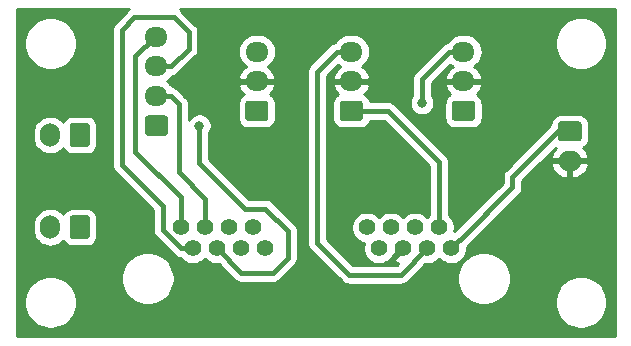
<source format=gbr>
G04 #@! TF.GenerationSoftware,KiCad,Pcbnew,(5.1.5)-3*
G04 #@! TF.CreationDate,2020-06-22T20:56:45+02:00*
G04 #@! TF.ProjectId,PCB Interface imprimante 3d,50434220-496e-4746-9572-666163652069,rev?*
G04 #@! TF.SameCoordinates,Original*
G04 #@! TF.FileFunction,Copper,L2,Bot*
G04 #@! TF.FilePolarity,Positive*
%FSLAX46Y46*%
G04 Gerber Fmt 4.6, Leading zero omitted, Abs format (unit mm)*
G04 Created by KiCad (PCBNEW (5.1.5)-3) date 2020-06-22 20:56:45*
%MOMM*%
%LPD*%
G04 APERTURE LIST*
%ADD10C,1.400000*%
%ADD11O,1.950000X1.700000*%
%ADD12C,0.100000*%
%ADD13O,1.700000X2.000000*%
%ADD14O,2.000000X1.700000*%
%ADD15C,0.800000*%
%ADD16C,0.400000*%
%ADD17C,0.254000*%
G04 APERTURE END LIST*
D10*
X114565000Y-119130000D03*
X130315000Y-119130000D03*
X115585000Y-120910000D03*
X131335000Y-120910000D03*
X116605000Y-119130000D03*
X132355000Y-119130000D03*
X117626000Y-120910000D03*
X133375000Y-120910000D03*
X118646000Y-119130000D03*
X134395000Y-119130000D03*
X119666000Y-120910000D03*
X135415000Y-120910000D03*
X136435000Y-119130000D03*
X120686000Y-119130000D03*
X121706000Y-120910000D03*
X137455000Y-120910000D03*
D11*
X121000000Y-104250000D03*
X121000000Y-106750000D03*
G04 #@! TA.AperFunction,ComponentPad*
D12*
G36*
X121749504Y-108401204D02*
G01*
X121773773Y-108404804D01*
X121797571Y-108410765D01*
X121820671Y-108419030D01*
X121842849Y-108429520D01*
X121863893Y-108442133D01*
X121883598Y-108456747D01*
X121901777Y-108473223D01*
X121918253Y-108491402D01*
X121932867Y-108511107D01*
X121945480Y-108532151D01*
X121955970Y-108554329D01*
X121964235Y-108577429D01*
X121970196Y-108601227D01*
X121973796Y-108625496D01*
X121975000Y-108650000D01*
X121975000Y-109850000D01*
X121973796Y-109874504D01*
X121970196Y-109898773D01*
X121964235Y-109922571D01*
X121955970Y-109945671D01*
X121945480Y-109967849D01*
X121932867Y-109988893D01*
X121918253Y-110008598D01*
X121901777Y-110026777D01*
X121883598Y-110043253D01*
X121863893Y-110057867D01*
X121842849Y-110070480D01*
X121820671Y-110080970D01*
X121797571Y-110089235D01*
X121773773Y-110095196D01*
X121749504Y-110098796D01*
X121725000Y-110100000D01*
X120275000Y-110100000D01*
X120250496Y-110098796D01*
X120226227Y-110095196D01*
X120202429Y-110089235D01*
X120179329Y-110080970D01*
X120157151Y-110070480D01*
X120136107Y-110057867D01*
X120116402Y-110043253D01*
X120098223Y-110026777D01*
X120081747Y-110008598D01*
X120067133Y-109988893D01*
X120054520Y-109967849D01*
X120044030Y-109945671D01*
X120035765Y-109922571D01*
X120029804Y-109898773D01*
X120026204Y-109874504D01*
X120025000Y-109850000D01*
X120025000Y-108650000D01*
X120026204Y-108625496D01*
X120029804Y-108601227D01*
X120035765Y-108577429D01*
X120044030Y-108554329D01*
X120054520Y-108532151D01*
X120067133Y-108511107D01*
X120081747Y-108491402D01*
X120098223Y-108473223D01*
X120116402Y-108456747D01*
X120136107Y-108442133D01*
X120157151Y-108429520D01*
X120179329Y-108419030D01*
X120202429Y-108410765D01*
X120226227Y-108404804D01*
X120250496Y-108401204D01*
X120275000Y-108400000D01*
X121725000Y-108400000D01*
X121749504Y-108401204D01*
G37*
G04 #@! TD.AperFunction*
D11*
X129000000Y-104250000D03*
X129000000Y-106750000D03*
G04 #@! TA.AperFunction,ComponentPad*
D12*
G36*
X129749504Y-108401204D02*
G01*
X129773773Y-108404804D01*
X129797571Y-108410765D01*
X129820671Y-108419030D01*
X129842849Y-108429520D01*
X129863893Y-108442133D01*
X129883598Y-108456747D01*
X129901777Y-108473223D01*
X129918253Y-108491402D01*
X129932867Y-108511107D01*
X129945480Y-108532151D01*
X129955970Y-108554329D01*
X129964235Y-108577429D01*
X129970196Y-108601227D01*
X129973796Y-108625496D01*
X129975000Y-108650000D01*
X129975000Y-109850000D01*
X129973796Y-109874504D01*
X129970196Y-109898773D01*
X129964235Y-109922571D01*
X129955970Y-109945671D01*
X129945480Y-109967849D01*
X129932867Y-109988893D01*
X129918253Y-110008598D01*
X129901777Y-110026777D01*
X129883598Y-110043253D01*
X129863893Y-110057867D01*
X129842849Y-110070480D01*
X129820671Y-110080970D01*
X129797571Y-110089235D01*
X129773773Y-110095196D01*
X129749504Y-110098796D01*
X129725000Y-110100000D01*
X128275000Y-110100000D01*
X128250496Y-110098796D01*
X128226227Y-110095196D01*
X128202429Y-110089235D01*
X128179329Y-110080970D01*
X128157151Y-110070480D01*
X128136107Y-110057867D01*
X128116402Y-110043253D01*
X128098223Y-110026777D01*
X128081747Y-110008598D01*
X128067133Y-109988893D01*
X128054520Y-109967849D01*
X128044030Y-109945671D01*
X128035765Y-109922571D01*
X128029804Y-109898773D01*
X128026204Y-109874504D01*
X128025000Y-109850000D01*
X128025000Y-108650000D01*
X128026204Y-108625496D01*
X128029804Y-108601227D01*
X128035765Y-108577429D01*
X128044030Y-108554329D01*
X128054520Y-108532151D01*
X128067133Y-108511107D01*
X128081747Y-108491402D01*
X128098223Y-108473223D01*
X128116402Y-108456747D01*
X128136107Y-108442133D01*
X128157151Y-108429520D01*
X128179329Y-108419030D01*
X128202429Y-108410765D01*
X128226227Y-108404804D01*
X128250496Y-108401204D01*
X128275000Y-108400000D01*
X129725000Y-108400000D01*
X129749504Y-108401204D01*
G37*
G04 #@! TD.AperFunction*
D13*
X103500000Y-111300000D03*
G04 #@! TA.AperFunction,ComponentPad*
D12*
G36*
X106624504Y-110301204D02*
G01*
X106648773Y-110304804D01*
X106672571Y-110310765D01*
X106695671Y-110319030D01*
X106717849Y-110329520D01*
X106738893Y-110342133D01*
X106758598Y-110356747D01*
X106776777Y-110373223D01*
X106793253Y-110391402D01*
X106807867Y-110411107D01*
X106820480Y-110432151D01*
X106830970Y-110454329D01*
X106839235Y-110477429D01*
X106845196Y-110501227D01*
X106848796Y-110525496D01*
X106850000Y-110550000D01*
X106850000Y-112050000D01*
X106848796Y-112074504D01*
X106845196Y-112098773D01*
X106839235Y-112122571D01*
X106830970Y-112145671D01*
X106820480Y-112167849D01*
X106807867Y-112188893D01*
X106793253Y-112208598D01*
X106776777Y-112226777D01*
X106758598Y-112243253D01*
X106738893Y-112257867D01*
X106717849Y-112270480D01*
X106695671Y-112280970D01*
X106672571Y-112289235D01*
X106648773Y-112295196D01*
X106624504Y-112298796D01*
X106600000Y-112300000D01*
X105400000Y-112300000D01*
X105375496Y-112298796D01*
X105351227Y-112295196D01*
X105327429Y-112289235D01*
X105304329Y-112280970D01*
X105282151Y-112270480D01*
X105261107Y-112257867D01*
X105241402Y-112243253D01*
X105223223Y-112226777D01*
X105206747Y-112208598D01*
X105192133Y-112188893D01*
X105179520Y-112167849D01*
X105169030Y-112145671D01*
X105160765Y-112122571D01*
X105154804Y-112098773D01*
X105151204Y-112074504D01*
X105150000Y-112050000D01*
X105150000Y-110550000D01*
X105151204Y-110525496D01*
X105154804Y-110501227D01*
X105160765Y-110477429D01*
X105169030Y-110454329D01*
X105179520Y-110432151D01*
X105192133Y-110411107D01*
X105206747Y-110391402D01*
X105223223Y-110373223D01*
X105241402Y-110356747D01*
X105261107Y-110342133D01*
X105282151Y-110329520D01*
X105304329Y-110319030D01*
X105327429Y-110310765D01*
X105351227Y-110304804D01*
X105375496Y-110301204D01*
X105400000Y-110300000D01*
X106600000Y-110300000D01*
X106624504Y-110301204D01*
G37*
G04 #@! TD.AperFunction*
D11*
X138500000Y-104250000D03*
X138500000Y-106750000D03*
G04 #@! TA.AperFunction,ComponentPad*
D12*
G36*
X139249504Y-108401204D02*
G01*
X139273773Y-108404804D01*
X139297571Y-108410765D01*
X139320671Y-108419030D01*
X139342849Y-108429520D01*
X139363893Y-108442133D01*
X139383598Y-108456747D01*
X139401777Y-108473223D01*
X139418253Y-108491402D01*
X139432867Y-108511107D01*
X139445480Y-108532151D01*
X139455970Y-108554329D01*
X139464235Y-108577429D01*
X139470196Y-108601227D01*
X139473796Y-108625496D01*
X139475000Y-108650000D01*
X139475000Y-109850000D01*
X139473796Y-109874504D01*
X139470196Y-109898773D01*
X139464235Y-109922571D01*
X139455970Y-109945671D01*
X139445480Y-109967849D01*
X139432867Y-109988893D01*
X139418253Y-110008598D01*
X139401777Y-110026777D01*
X139383598Y-110043253D01*
X139363893Y-110057867D01*
X139342849Y-110070480D01*
X139320671Y-110080970D01*
X139297571Y-110089235D01*
X139273773Y-110095196D01*
X139249504Y-110098796D01*
X139225000Y-110100000D01*
X137775000Y-110100000D01*
X137750496Y-110098796D01*
X137726227Y-110095196D01*
X137702429Y-110089235D01*
X137679329Y-110080970D01*
X137657151Y-110070480D01*
X137636107Y-110057867D01*
X137616402Y-110043253D01*
X137598223Y-110026777D01*
X137581747Y-110008598D01*
X137567133Y-109988893D01*
X137554520Y-109967849D01*
X137544030Y-109945671D01*
X137535765Y-109922571D01*
X137529804Y-109898773D01*
X137526204Y-109874504D01*
X137525000Y-109850000D01*
X137525000Y-108650000D01*
X137526204Y-108625496D01*
X137529804Y-108601227D01*
X137535765Y-108577429D01*
X137544030Y-108554329D01*
X137554520Y-108532151D01*
X137567133Y-108511107D01*
X137581747Y-108491402D01*
X137598223Y-108473223D01*
X137616402Y-108456747D01*
X137636107Y-108442133D01*
X137657151Y-108429520D01*
X137679329Y-108419030D01*
X137702429Y-108410765D01*
X137726227Y-108404804D01*
X137750496Y-108401204D01*
X137775000Y-108400000D01*
X139225000Y-108400000D01*
X139249504Y-108401204D01*
G37*
G04 #@! TD.AperFunction*
D11*
X112500000Y-103000000D03*
X112500000Y-105500000D03*
X112500000Y-108000000D03*
G04 #@! TA.AperFunction,ComponentPad*
D12*
G36*
X113249504Y-109651204D02*
G01*
X113273773Y-109654804D01*
X113297571Y-109660765D01*
X113320671Y-109669030D01*
X113342849Y-109679520D01*
X113363893Y-109692133D01*
X113383598Y-109706747D01*
X113401777Y-109723223D01*
X113418253Y-109741402D01*
X113432867Y-109761107D01*
X113445480Y-109782151D01*
X113455970Y-109804329D01*
X113464235Y-109827429D01*
X113470196Y-109851227D01*
X113473796Y-109875496D01*
X113475000Y-109900000D01*
X113475000Y-111100000D01*
X113473796Y-111124504D01*
X113470196Y-111148773D01*
X113464235Y-111172571D01*
X113455970Y-111195671D01*
X113445480Y-111217849D01*
X113432867Y-111238893D01*
X113418253Y-111258598D01*
X113401777Y-111276777D01*
X113383598Y-111293253D01*
X113363893Y-111307867D01*
X113342849Y-111320480D01*
X113320671Y-111330970D01*
X113297571Y-111339235D01*
X113273773Y-111345196D01*
X113249504Y-111348796D01*
X113225000Y-111350000D01*
X111775000Y-111350000D01*
X111750496Y-111348796D01*
X111726227Y-111345196D01*
X111702429Y-111339235D01*
X111679329Y-111330970D01*
X111657151Y-111320480D01*
X111636107Y-111307867D01*
X111616402Y-111293253D01*
X111598223Y-111276777D01*
X111581747Y-111258598D01*
X111567133Y-111238893D01*
X111554520Y-111217849D01*
X111544030Y-111195671D01*
X111535765Y-111172571D01*
X111529804Y-111148773D01*
X111526204Y-111124504D01*
X111525000Y-111100000D01*
X111525000Y-109900000D01*
X111526204Y-109875496D01*
X111529804Y-109851227D01*
X111535765Y-109827429D01*
X111544030Y-109804329D01*
X111554520Y-109782151D01*
X111567133Y-109761107D01*
X111581747Y-109741402D01*
X111598223Y-109723223D01*
X111616402Y-109706747D01*
X111636107Y-109692133D01*
X111657151Y-109679520D01*
X111679329Y-109669030D01*
X111702429Y-109660765D01*
X111726227Y-109654804D01*
X111750496Y-109651204D01*
X111775000Y-109650000D01*
X113225000Y-109650000D01*
X113249504Y-109651204D01*
G37*
G04 #@! TD.AperFunction*
D14*
X147500000Y-113500000D03*
G04 #@! TA.AperFunction,ComponentPad*
D12*
G36*
X148274504Y-110151204D02*
G01*
X148298773Y-110154804D01*
X148322571Y-110160765D01*
X148345671Y-110169030D01*
X148367849Y-110179520D01*
X148388893Y-110192133D01*
X148408598Y-110206747D01*
X148426777Y-110223223D01*
X148443253Y-110241402D01*
X148457867Y-110261107D01*
X148470480Y-110282151D01*
X148480970Y-110304329D01*
X148489235Y-110327429D01*
X148495196Y-110351227D01*
X148498796Y-110375496D01*
X148500000Y-110400000D01*
X148500000Y-111600000D01*
X148498796Y-111624504D01*
X148495196Y-111648773D01*
X148489235Y-111672571D01*
X148480970Y-111695671D01*
X148470480Y-111717849D01*
X148457867Y-111738893D01*
X148443253Y-111758598D01*
X148426777Y-111776777D01*
X148408598Y-111793253D01*
X148388893Y-111807867D01*
X148367849Y-111820480D01*
X148345671Y-111830970D01*
X148322571Y-111839235D01*
X148298773Y-111845196D01*
X148274504Y-111848796D01*
X148250000Y-111850000D01*
X146750000Y-111850000D01*
X146725496Y-111848796D01*
X146701227Y-111845196D01*
X146677429Y-111839235D01*
X146654329Y-111830970D01*
X146632151Y-111820480D01*
X146611107Y-111807867D01*
X146591402Y-111793253D01*
X146573223Y-111776777D01*
X146556747Y-111758598D01*
X146542133Y-111738893D01*
X146529520Y-111717849D01*
X146519030Y-111695671D01*
X146510765Y-111672571D01*
X146504804Y-111648773D01*
X146501204Y-111624504D01*
X146500000Y-111600000D01*
X146500000Y-110400000D01*
X146501204Y-110375496D01*
X146504804Y-110351227D01*
X146510765Y-110327429D01*
X146519030Y-110304329D01*
X146529520Y-110282151D01*
X146542133Y-110261107D01*
X146556747Y-110241402D01*
X146573223Y-110223223D01*
X146591402Y-110206747D01*
X146611107Y-110192133D01*
X146632151Y-110179520D01*
X146654329Y-110169030D01*
X146677429Y-110160765D01*
X146701227Y-110154804D01*
X146725496Y-110151204D01*
X146750000Y-110150000D01*
X148250000Y-110150000D01*
X148274504Y-110151204D01*
G37*
G04 #@! TD.AperFunction*
G04 #@! TA.AperFunction,ComponentPad*
G36*
X106624504Y-118101204D02*
G01*
X106648773Y-118104804D01*
X106672571Y-118110765D01*
X106695671Y-118119030D01*
X106717849Y-118129520D01*
X106738893Y-118142133D01*
X106758598Y-118156747D01*
X106776777Y-118173223D01*
X106793253Y-118191402D01*
X106807867Y-118211107D01*
X106820480Y-118232151D01*
X106830970Y-118254329D01*
X106839235Y-118277429D01*
X106845196Y-118301227D01*
X106848796Y-118325496D01*
X106850000Y-118350000D01*
X106850000Y-119850000D01*
X106848796Y-119874504D01*
X106845196Y-119898773D01*
X106839235Y-119922571D01*
X106830970Y-119945671D01*
X106820480Y-119967849D01*
X106807867Y-119988893D01*
X106793253Y-120008598D01*
X106776777Y-120026777D01*
X106758598Y-120043253D01*
X106738893Y-120057867D01*
X106717849Y-120070480D01*
X106695671Y-120080970D01*
X106672571Y-120089235D01*
X106648773Y-120095196D01*
X106624504Y-120098796D01*
X106600000Y-120100000D01*
X105400000Y-120100000D01*
X105375496Y-120098796D01*
X105351227Y-120095196D01*
X105327429Y-120089235D01*
X105304329Y-120080970D01*
X105282151Y-120070480D01*
X105261107Y-120057867D01*
X105241402Y-120043253D01*
X105223223Y-120026777D01*
X105206747Y-120008598D01*
X105192133Y-119988893D01*
X105179520Y-119967849D01*
X105169030Y-119945671D01*
X105160765Y-119922571D01*
X105154804Y-119898773D01*
X105151204Y-119874504D01*
X105150000Y-119850000D01*
X105150000Y-118350000D01*
X105151204Y-118325496D01*
X105154804Y-118301227D01*
X105160765Y-118277429D01*
X105169030Y-118254329D01*
X105179520Y-118232151D01*
X105192133Y-118211107D01*
X105206747Y-118191402D01*
X105223223Y-118173223D01*
X105241402Y-118156747D01*
X105261107Y-118142133D01*
X105282151Y-118129520D01*
X105304329Y-118119030D01*
X105327429Y-118110765D01*
X105351227Y-118104804D01*
X105375496Y-118101204D01*
X105400000Y-118100000D01*
X106600000Y-118100000D01*
X106624504Y-118101204D01*
G37*
G04 #@! TD.AperFunction*
D13*
X103500000Y-119100000D03*
D15*
X116150000Y-110500000D03*
X134975000Y-108600000D03*
D16*
X138154999Y-120210001D02*
X138164999Y-120210001D01*
X137455000Y-120910000D02*
X138154999Y-120210001D01*
X138164999Y-120210001D02*
X142650000Y-115725000D01*
X146500000Y-111000000D02*
X147500000Y-111000000D01*
X142650000Y-114850000D02*
X146500000Y-111000000D01*
X142650000Y-115725000D02*
X142650000Y-114850000D01*
X114595051Y-120910000D02*
X113025000Y-119339949D01*
X115585000Y-120910000D02*
X114595051Y-120910000D01*
X113025000Y-119339949D02*
X113025000Y-117300000D01*
X113025000Y-117300000D02*
X109600000Y-113875000D01*
X109600000Y-102375000D02*
X110625000Y-101350000D01*
X109600000Y-113875000D02*
X109600000Y-102375000D01*
X112900000Y-101350000D02*
X114000000Y-101350000D01*
X112900000Y-101350000D02*
X113900000Y-101350000D01*
X110625000Y-101350000D02*
X112900000Y-101350000D01*
X114000000Y-101350000D02*
X115225000Y-102575000D01*
X113725000Y-105500000D02*
X112500000Y-105500000D01*
X115225000Y-104000000D02*
X113725000Y-105500000D01*
X115225000Y-102575000D02*
X115225000Y-104000000D01*
X113725000Y-108000000D02*
X114400000Y-108675000D01*
X112500000Y-108000000D02*
X113725000Y-108000000D01*
X114400000Y-108675000D02*
X114400000Y-114475000D01*
X116605000Y-116680000D02*
X116605000Y-119130000D01*
X114400000Y-114475000D02*
X116605000Y-116680000D01*
X116150000Y-110500000D02*
X116150000Y-113700000D01*
X116150000Y-113700000D02*
X119975000Y-117525000D01*
X119975000Y-117525000D02*
X121725000Y-117525000D01*
X121725000Y-117525000D02*
X123650000Y-119450000D01*
X123650000Y-119450000D02*
X123650000Y-121675000D01*
X123650000Y-121675000D02*
X122350000Y-122975000D01*
X119691000Y-122975000D02*
X117626000Y-120910000D01*
X122350000Y-122975000D02*
X119691000Y-122975000D01*
X127775000Y-104250000D02*
X126100000Y-105925000D01*
X129000000Y-104250000D02*
X127775000Y-104250000D01*
X126100000Y-105925000D02*
X126100000Y-120425000D01*
X126100000Y-120425000D02*
X128800000Y-123125000D01*
X133200000Y-123125000D02*
X135415000Y-120910000D01*
X128800000Y-123125000D02*
X133200000Y-123125000D01*
X136435000Y-119130000D02*
X136435000Y-113585000D01*
X132100000Y-109250000D02*
X129000000Y-109250000D01*
X136435000Y-113585000D02*
X132100000Y-109250000D01*
X137275000Y-104250000D02*
X134975000Y-106550000D01*
X138500000Y-104250000D02*
X137275000Y-104250000D01*
X134975000Y-106550000D02*
X134975000Y-108600000D01*
X112375000Y-103000000D02*
X110725000Y-104650000D01*
X112500000Y-103000000D02*
X112375000Y-103000000D01*
X110725000Y-104650000D02*
X110725000Y-112750000D01*
X114565000Y-116590000D02*
X114565000Y-119130000D01*
X110725000Y-112750000D02*
X114565000Y-116590000D01*
D17*
G36*
X110031709Y-100756709D02*
G01*
X110005563Y-100788568D01*
X109038574Y-101755559D01*
X109006710Y-101781709D01*
X108928208Y-101877364D01*
X108902364Y-101908855D01*
X108824828Y-102053914D01*
X108777082Y-102211312D01*
X108760960Y-102375000D01*
X108765001Y-102416029D01*
X108765000Y-113833981D01*
X108760960Y-113875000D01*
X108765000Y-113916018D01*
X108777082Y-114038688D01*
X108824828Y-114196086D01*
X108902364Y-114341145D01*
X109006709Y-114468291D01*
X109038579Y-114494446D01*
X112190001Y-117645869D01*
X112190000Y-119298930D01*
X112185960Y-119339949D01*
X112190000Y-119380967D01*
X112202082Y-119503637D01*
X112249828Y-119661035D01*
X112327364Y-119806094D01*
X112431709Y-119933240D01*
X112463579Y-119959395D01*
X113975610Y-121471426D01*
X114001760Y-121503291D01*
X114128905Y-121607636D01*
X114273964Y-121685172D01*
X114431362Y-121732918D01*
X114536163Y-121743240D01*
X114548038Y-121761013D01*
X114733987Y-121946962D01*
X114952641Y-122093061D01*
X115195595Y-122193696D01*
X115453514Y-122245000D01*
X115716486Y-122245000D01*
X115974405Y-122193696D01*
X116217359Y-122093061D01*
X116436013Y-121946962D01*
X116605500Y-121777475D01*
X116774987Y-121946962D01*
X116993641Y-122093061D01*
X117236595Y-122193696D01*
X117494514Y-122245000D01*
X117757486Y-122245000D01*
X117776375Y-122241243D01*
X119071559Y-123536427D01*
X119097709Y-123568291D01*
X119224799Y-123672591D01*
X119224854Y-123672636D01*
X119369913Y-123750172D01*
X119527311Y-123797918D01*
X119690999Y-123814040D01*
X119732018Y-123810000D01*
X122308982Y-123810000D01*
X122350000Y-123814040D01*
X122391018Y-123810000D01*
X122391019Y-123810000D01*
X122513689Y-123797918D01*
X122671087Y-123750172D01*
X122816146Y-123672636D01*
X122943291Y-123568291D01*
X122969446Y-123536422D01*
X124211432Y-122294437D01*
X124243291Y-122268291D01*
X124304510Y-122193696D01*
X124347636Y-122141146D01*
X124425172Y-121996087D01*
X124472918Y-121838688D01*
X124489040Y-121675000D01*
X124485000Y-121633982D01*
X124485000Y-119491018D01*
X124489040Y-119449999D01*
X124472918Y-119286311D01*
X124425172Y-119128913D01*
X124347636Y-118983854D01*
X124243291Y-118856709D01*
X124211428Y-118830560D01*
X122344446Y-116963579D01*
X122318291Y-116931709D01*
X122191146Y-116827364D01*
X122046087Y-116749828D01*
X121888689Y-116702082D01*
X121766019Y-116690000D01*
X121766018Y-116690000D01*
X121725000Y-116685960D01*
X121683982Y-116690000D01*
X120320869Y-116690000D01*
X116985000Y-113354133D01*
X116985000Y-111113285D01*
X117067205Y-110990256D01*
X117145226Y-110801898D01*
X117185000Y-110601939D01*
X117185000Y-110398061D01*
X117145226Y-110198102D01*
X117067205Y-110009744D01*
X116953937Y-109840226D01*
X116809774Y-109696063D01*
X116640256Y-109582795D01*
X116451898Y-109504774D01*
X116251939Y-109465000D01*
X116048061Y-109465000D01*
X115848102Y-109504774D01*
X115659744Y-109582795D01*
X115490226Y-109696063D01*
X115346063Y-109840226D01*
X115235000Y-110006444D01*
X115235000Y-108716018D01*
X115239040Y-108674999D01*
X115236578Y-108650000D01*
X119386928Y-108650000D01*
X119386928Y-109850000D01*
X119403992Y-110023254D01*
X119454528Y-110189850D01*
X119536595Y-110343386D01*
X119647038Y-110477962D01*
X119781614Y-110588405D01*
X119935150Y-110670472D01*
X120101746Y-110721008D01*
X120275000Y-110738072D01*
X121725000Y-110738072D01*
X121898254Y-110721008D01*
X122064850Y-110670472D01*
X122218386Y-110588405D01*
X122352962Y-110477962D01*
X122463405Y-110343386D01*
X122545472Y-110189850D01*
X122596008Y-110023254D01*
X122613072Y-109850000D01*
X122613072Y-108650000D01*
X122596008Y-108476746D01*
X122545472Y-108310150D01*
X122463405Y-108156614D01*
X122352962Y-108022038D01*
X122218386Y-107911595D01*
X122113039Y-107855286D01*
X122134429Y-107839049D01*
X122327496Y-107621193D01*
X122474352Y-107369858D01*
X122566476Y-107106890D01*
X122445155Y-106877000D01*
X121127000Y-106877000D01*
X121127000Y-106897000D01*
X120873000Y-106897000D01*
X120873000Y-106877000D01*
X119554845Y-106877000D01*
X119433524Y-107106890D01*
X119525648Y-107369858D01*
X119672504Y-107621193D01*
X119865571Y-107839049D01*
X119886961Y-107855286D01*
X119781614Y-107911595D01*
X119647038Y-108022038D01*
X119536595Y-108156614D01*
X119454528Y-108310150D01*
X119403992Y-108476746D01*
X119386928Y-108650000D01*
X115236578Y-108650000D01*
X115222918Y-108511311D01*
X115175172Y-108353913D01*
X115097636Y-108208854D01*
X115060569Y-108163688D01*
X114993291Y-108081709D01*
X114961427Y-108055559D01*
X114344446Y-107438578D01*
X114318291Y-107406709D01*
X114191146Y-107302364D01*
X114046087Y-107224828D01*
X113888689Y-107177082D01*
X113867868Y-107175031D01*
X113865706Y-107170986D01*
X113680134Y-106944866D01*
X113454014Y-106759294D01*
X113436626Y-106750000D01*
X113454014Y-106740706D01*
X113680134Y-106555134D01*
X113865706Y-106329014D01*
X113867868Y-106324969D01*
X113888689Y-106322918D01*
X114046087Y-106275172D01*
X114191146Y-106197636D01*
X114318291Y-106093291D01*
X114344446Y-106061421D01*
X115786426Y-104619441D01*
X115818291Y-104593291D01*
X115922636Y-104466146D01*
X116000172Y-104321087D01*
X116021735Y-104250000D01*
X119382815Y-104250000D01*
X119411487Y-104541111D01*
X119496401Y-104821034D01*
X119634294Y-105079014D01*
X119819866Y-105305134D01*
X120045986Y-105490706D01*
X120071722Y-105504462D01*
X119865571Y-105660951D01*
X119672504Y-105878807D01*
X119525648Y-106130142D01*
X119433524Y-106393110D01*
X119554845Y-106623000D01*
X120873000Y-106623000D01*
X120873000Y-106603000D01*
X121127000Y-106603000D01*
X121127000Y-106623000D01*
X122445155Y-106623000D01*
X122566476Y-106393110D01*
X122474352Y-106130142D01*
X122354487Y-105925000D01*
X125260960Y-105925000D01*
X125265000Y-105966019D01*
X125265001Y-120383971D01*
X125260960Y-120425000D01*
X125277082Y-120588688D01*
X125324828Y-120746086D01*
X125402364Y-120891145D01*
X125402365Y-120891146D01*
X125506710Y-121018291D01*
X125538574Y-121044441D01*
X128180563Y-123686432D01*
X128206709Y-123718291D01*
X128333854Y-123822636D01*
X128478913Y-123900172D01*
X128636311Y-123947918D01*
X128758981Y-123960000D01*
X128758982Y-123960000D01*
X128800000Y-123964040D01*
X128841018Y-123960000D01*
X133158982Y-123960000D01*
X133200000Y-123964040D01*
X133241018Y-123960000D01*
X133241019Y-123960000D01*
X133363689Y-123947918D01*
X133521087Y-123900172D01*
X133666146Y-123822636D01*
X133793291Y-123718291D01*
X133819446Y-123686421D01*
X134278458Y-123227409D01*
X137965000Y-123227409D01*
X137965000Y-123672591D01*
X138051851Y-124109218D01*
X138222214Y-124520511D01*
X138469544Y-124890666D01*
X138784334Y-125205456D01*
X139154489Y-125452786D01*
X139565782Y-125623149D01*
X140002409Y-125710000D01*
X140447591Y-125710000D01*
X140884218Y-125623149D01*
X141295511Y-125452786D01*
X141629124Y-125229872D01*
X146215000Y-125229872D01*
X146215000Y-125670128D01*
X146300890Y-126101925D01*
X146469369Y-126508669D01*
X146713962Y-126874729D01*
X147025271Y-127186038D01*
X147391331Y-127430631D01*
X147798075Y-127599110D01*
X148229872Y-127685000D01*
X148670128Y-127685000D01*
X149101925Y-127599110D01*
X149508669Y-127430631D01*
X149874729Y-127186038D01*
X150186038Y-126874729D01*
X150430631Y-126508669D01*
X150599110Y-126101925D01*
X150685000Y-125670128D01*
X150685000Y-125229872D01*
X150599110Y-124798075D01*
X150430631Y-124391331D01*
X150186038Y-124025271D01*
X149874729Y-123713962D01*
X149508669Y-123469369D01*
X149101925Y-123300890D01*
X148670128Y-123215000D01*
X148229872Y-123215000D01*
X147798075Y-123300890D01*
X147391331Y-123469369D01*
X147025271Y-123713962D01*
X146713962Y-124025271D01*
X146469369Y-124391331D01*
X146300890Y-124798075D01*
X146215000Y-125229872D01*
X141629124Y-125229872D01*
X141665666Y-125205456D01*
X141980456Y-124890666D01*
X142227786Y-124520511D01*
X142398149Y-124109218D01*
X142485000Y-123672591D01*
X142485000Y-123227409D01*
X142398149Y-122790782D01*
X142227786Y-122379489D01*
X141980456Y-122009334D01*
X141665666Y-121694544D01*
X141295511Y-121447214D01*
X140884218Y-121276851D01*
X140447591Y-121190000D01*
X140002409Y-121190000D01*
X139565782Y-121276851D01*
X139154489Y-121447214D01*
X138784334Y-121694544D01*
X138469544Y-122009334D01*
X138222214Y-122379489D01*
X138051851Y-122790782D01*
X137965000Y-123227409D01*
X134278458Y-123227409D01*
X135264625Y-122241243D01*
X135283514Y-122245000D01*
X135546486Y-122245000D01*
X135804405Y-122193696D01*
X136047359Y-122093061D01*
X136266013Y-121946962D01*
X136435000Y-121777975D01*
X136603987Y-121946962D01*
X136822641Y-122093061D01*
X137065595Y-122193696D01*
X137323514Y-122245000D01*
X137586486Y-122245000D01*
X137844405Y-122193696D01*
X138087359Y-122093061D01*
X138306013Y-121946962D01*
X138491962Y-121761013D01*
X138638061Y-121542359D01*
X138738696Y-121299405D01*
X138790000Y-121041486D01*
X138790000Y-120778514D01*
X138787902Y-120767965D01*
X143211428Y-116344440D01*
X143243291Y-116318291D01*
X143347636Y-116191146D01*
X143425172Y-116046087D01*
X143472918Y-115888689D01*
X143485000Y-115766019D01*
X143485000Y-115766017D01*
X143489040Y-115725001D01*
X143485000Y-115683985D01*
X143485000Y-115195867D01*
X144823977Y-113856890D01*
X145908524Y-113856890D01*
X145910446Y-113869261D01*
X146010146Y-114143009D01*
X146161336Y-114392046D01*
X146358205Y-114606802D01*
X146593188Y-114779025D01*
X146857255Y-114902096D01*
X147140258Y-114971285D01*
X147373000Y-114827232D01*
X147373000Y-113627000D01*
X147627000Y-113627000D01*
X147627000Y-114827232D01*
X147859742Y-114971285D01*
X148142745Y-114902096D01*
X148406812Y-114779025D01*
X148641795Y-114606802D01*
X148838664Y-114392046D01*
X148989854Y-114143009D01*
X149089554Y-113869261D01*
X149091476Y-113856890D01*
X148970155Y-113627000D01*
X147627000Y-113627000D01*
X147373000Y-113627000D01*
X146029845Y-113627000D01*
X145908524Y-113856890D01*
X144823977Y-113856890D01*
X146312559Y-112368308D01*
X146358593Y-112392914D01*
X146358205Y-112393198D01*
X146161336Y-112607954D01*
X146010146Y-112856991D01*
X145910446Y-113130739D01*
X145908524Y-113143110D01*
X146029845Y-113373000D01*
X147373000Y-113373000D01*
X147373000Y-113353000D01*
X147627000Y-113353000D01*
X147627000Y-113373000D01*
X148970155Y-113373000D01*
X149091476Y-113143110D01*
X149089554Y-113130739D01*
X148989854Y-112856991D01*
X148838664Y-112607954D01*
X148641795Y-112393198D01*
X148641407Y-112392914D01*
X148743386Y-112338405D01*
X148877962Y-112227962D01*
X148988405Y-112093386D01*
X149070472Y-111939850D01*
X149121008Y-111773254D01*
X149138072Y-111600000D01*
X149138072Y-110400000D01*
X149121008Y-110226746D01*
X149070472Y-110060150D01*
X148988405Y-109906614D01*
X148877962Y-109772038D01*
X148743386Y-109661595D01*
X148589850Y-109579528D01*
X148423254Y-109528992D01*
X148250000Y-109511928D01*
X146750000Y-109511928D01*
X146576746Y-109528992D01*
X146410150Y-109579528D01*
X146256614Y-109661595D01*
X146122038Y-109772038D01*
X146011595Y-109906614D01*
X145929528Y-110060150D01*
X145878992Y-110226746D01*
X145861928Y-110400000D01*
X145861928Y-110457204D01*
X142088574Y-114230559D01*
X142056710Y-114256709D01*
X141975907Y-114355168D01*
X141952364Y-114383855D01*
X141874828Y-114528914D01*
X141827082Y-114686312D01*
X141810960Y-114850000D01*
X141815000Y-114891018D01*
X141815000Y-115379132D01*
X137729614Y-119464519D01*
X137770000Y-119261486D01*
X137770000Y-118998514D01*
X137718696Y-118740595D01*
X137618061Y-118497641D01*
X137471962Y-118278987D01*
X137286013Y-118093038D01*
X137270000Y-118082339D01*
X137270000Y-113626018D01*
X137274040Y-113585000D01*
X137257918Y-113421311D01*
X137210172Y-113263913D01*
X137132636Y-113118854D01*
X137054439Y-113023570D01*
X137054437Y-113023568D01*
X137028291Y-112991709D01*
X136996432Y-112965563D01*
X132719446Y-108688579D01*
X132693291Y-108656709D01*
X132566146Y-108552364D01*
X132464553Y-108498061D01*
X133940000Y-108498061D01*
X133940000Y-108701939D01*
X133979774Y-108901898D01*
X134057795Y-109090256D01*
X134171063Y-109259774D01*
X134315226Y-109403937D01*
X134484744Y-109517205D01*
X134673102Y-109595226D01*
X134873061Y-109635000D01*
X135076939Y-109635000D01*
X135276898Y-109595226D01*
X135465256Y-109517205D01*
X135634774Y-109403937D01*
X135778937Y-109259774D01*
X135892205Y-109090256D01*
X135970226Y-108901898D01*
X136010000Y-108701939D01*
X136010000Y-108650000D01*
X136886928Y-108650000D01*
X136886928Y-109850000D01*
X136903992Y-110023254D01*
X136954528Y-110189850D01*
X137036595Y-110343386D01*
X137147038Y-110477962D01*
X137281614Y-110588405D01*
X137435150Y-110670472D01*
X137601746Y-110721008D01*
X137775000Y-110738072D01*
X139225000Y-110738072D01*
X139398254Y-110721008D01*
X139564850Y-110670472D01*
X139718386Y-110588405D01*
X139852962Y-110477962D01*
X139963405Y-110343386D01*
X140045472Y-110189850D01*
X140096008Y-110023254D01*
X140113072Y-109850000D01*
X140113072Y-108650000D01*
X140096008Y-108476746D01*
X140045472Y-108310150D01*
X139963405Y-108156614D01*
X139852962Y-108022038D01*
X139718386Y-107911595D01*
X139613039Y-107855286D01*
X139634429Y-107839049D01*
X139827496Y-107621193D01*
X139974352Y-107369858D01*
X140066476Y-107106890D01*
X139945155Y-106877000D01*
X138627000Y-106877000D01*
X138627000Y-106897000D01*
X138373000Y-106897000D01*
X138373000Y-106877000D01*
X137054845Y-106877000D01*
X136933524Y-107106890D01*
X137025648Y-107369858D01*
X137172504Y-107621193D01*
X137365571Y-107839049D01*
X137386961Y-107855286D01*
X137281614Y-107911595D01*
X137147038Y-108022038D01*
X137036595Y-108156614D01*
X136954528Y-108310150D01*
X136903992Y-108476746D01*
X136886928Y-108650000D01*
X136010000Y-108650000D01*
X136010000Y-108498061D01*
X135970226Y-108298102D01*
X135892205Y-108109744D01*
X135810000Y-107986715D01*
X135810000Y-106895867D01*
X137364282Y-105341586D01*
X137545986Y-105490706D01*
X137571722Y-105504462D01*
X137365571Y-105660951D01*
X137172504Y-105878807D01*
X137025648Y-106130142D01*
X136933524Y-106393110D01*
X137054845Y-106623000D01*
X138373000Y-106623000D01*
X138373000Y-106603000D01*
X138627000Y-106603000D01*
X138627000Y-106623000D01*
X139945155Y-106623000D01*
X140066476Y-106393110D01*
X139974352Y-106130142D01*
X139827496Y-105878807D01*
X139634429Y-105660951D01*
X139428278Y-105504462D01*
X139454014Y-105490706D01*
X139680134Y-105305134D01*
X139865706Y-105079014D01*
X140003599Y-104821034D01*
X140088513Y-104541111D01*
X140117185Y-104250000D01*
X140088513Y-103958889D01*
X140003599Y-103678966D01*
X139865706Y-103420986D01*
X139790931Y-103329872D01*
X146215000Y-103329872D01*
X146215000Y-103770128D01*
X146300890Y-104201925D01*
X146469369Y-104608669D01*
X146713962Y-104974729D01*
X147025271Y-105286038D01*
X147391331Y-105530631D01*
X147798075Y-105699110D01*
X148229872Y-105785000D01*
X148670128Y-105785000D01*
X149101925Y-105699110D01*
X149508669Y-105530631D01*
X149874729Y-105286038D01*
X150186038Y-104974729D01*
X150430631Y-104608669D01*
X150599110Y-104201925D01*
X150685000Y-103770128D01*
X150685000Y-103329872D01*
X150599110Y-102898075D01*
X150430631Y-102491331D01*
X150186038Y-102125271D01*
X149874729Y-101813962D01*
X149508669Y-101569369D01*
X149101925Y-101400890D01*
X148670128Y-101315000D01*
X148229872Y-101315000D01*
X147798075Y-101400890D01*
X147391331Y-101569369D01*
X147025271Y-101813962D01*
X146713962Y-102125271D01*
X146469369Y-102491331D01*
X146300890Y-102898075D01*
X146215000Y-103329872D01*
X139790931Y-103329872D01*
X139680134Y-103194866D01*
X139454014Y-103009294D01*
X139196034Y-102871401D01*
X138916111Y-102786487D01*
X138697950Y-102765000D01*
X138302050Y-102765000D01*
X138083889Y-102786487D01*
X137803966Y-102871401D01*
X137545986Y-103009294D01*
X137319866Y-103194866D01*
X137134294Y-103420986D01*
X137132132Y-103425031D01*
X137111311Y-103427082D01*
X136953913Y-103474828D01*
X136808854Y-103552364D01*
X136681709Y-103656709D01*
X136655559Y-103688573D01*
X134413579Y-105930554D01*
X134381709Y-105956709D01*
X134287886Y-106071034D01*
X134277364Y-106083855D01*
X134199828Y-106228914D01*
X134152082Y-106386312D01*
X134135960Y-106550000D01*
X134140000Y-106591019D01*
X134140001Y-107986714D01*
X134057795Y-108109744D01*
X133979774Y-108298102D01*
X133940000Y-108498061D01*
X132464553Y-108498061D01*
X132421087Y-108474828D01*
X132263689Y-108427082D01*
X132141019Y-108415000D01*
X132141018Y-108415000D01*
X132100000Y-108410960D01*
X132058982Y-108415000D01*
X130577278Y-108415000D01*
X130545472Y-108310150D01*
X130463405Y-108156614D01*
X130352962Y-108022038D01*
X130218386Y-107911595D01*
X130113039Y-107855286D01*
X130134429Y-107839049D01*
X130327496Y-107621193D01*
X130474352Y-107369858D01*
X130566476Y-107106890D01*
X130445155Y-106877000D01*
X129127000Y-106877000D01*
X129127000Y-106897000D01*
X128873000Y-106897000D01*
X128873000Y-106877000D01*
X127554845Y-106877000D01*
X127433524Y-107106890D01*
X127525648Y-107369858D01*
X127672504Y-107621193D01*
X127865571Y-107839049D01*
X127886961Y-107855286D01*
X127781614Y-107911595D01*
X127647038Y-108022038D01*
X127536595Y-108156614D01*
X127454528Y-108310150D01*
X127403992Y-108476746D01*
X127386928Y-108650000D01*
X127386928Y-109850000D01*
X127403992Y-110023254D01*
X127454528Y-110189850D01*
X127536595Y-110343386D01*
X127647038Y-110477962D01*
X127781614Y-110588405D01*
X127935150Y-110670472D01*
X128101746Y-110721008D01*
X128275000Y-110738072D01*
X129725000Y-110738072D01*
X129898254Y-110721008D01*
X130064850Y-110670472D01*
X130218386Y-110588405D01*
X130352962Y-110477962D01*
X130463405Y-110343386D01*
X130545472Y-110189850D01*
X130577278Y-110085000D01*
X131754133Y-110085000D01*
X135600001Y-113930870D01*
X135600000Y-118082338D01*
X135583987Y-118093038D01*
X135415000Y-118262025D01*
X135246013Y-118093038D01*
X135027359Y-117946939D01*
X134784405Y-117846304D01*
X134526486Y-117795000D01*
X134263514Y-117795000D01*
X134005595Y-117846304D01*
X133762641Y-117946939D01*
X133543987Y-118093038D01*
X133375000Y-118262025D01*
X133206013Y-118093038D01*
X132987359Y-117946939D01*
X132744405Y-117846304D01*
X132486486Y-117795000D01*
X132223514Y-117795000D01*
X131965595Y-117846304D01*
X131722641Y-117946939D01*
X131503987Y-118093038D01*
X131335000Y-118262025D01*
X131166013Y-118093038D01*
X130947359Y-117946939D01*
X130704405Y-117846304D01*
X130446486Y-117795000D01*
X130183514Y-117795000D01*
X129925595Y-117846304D01*
X129682641Y-117946939D01*
X129463987Y-118093038D01*
X129278038Y-118278987D01*
X129131939Y-118497641D01*
X129031304Y-118740595D01*
X128980000Y-118998514D01*
X128980000Y-119261486D01*
X129031304Y-119519405D01*
X129131939Y-119762359D01*
X129278038Y-119981013D01*
X129463987Y-120166962D01*
X129682641Y-120313061D01*
X129925595Y-120413696D01*
X130082643Y-120444935D01*
X130051304Y-120520595D01*
X130000000Y-120778514D01*
X130000000Y-121041486D01*
X130051304Y-121299405D01*
X130151939Y-121542359D01*
X130298038Y-121761013D01*
X130483987Y-121946962D01*
X130702641Y-122093061D01*
X130945595Y-122193696D01*
X131203514Y-122245000D01*
X131466486Y-122245000D01*
X131724405Y-122193696D01*
X131967359Y-122093061D01*
X132186013Y-121946962D01*
X132371962Y-121761013D01*
X132446291Y-121649771D01*
X132453731Y-121651664D01*
X133195395Y-120910000D01*
X133181253Y-120895858D01*
X133360858Y-120716253D01*
X133375000Y-120730395D01*
X133389143Y-120716253D01*
X133568748Y-120895858D01*
X133554605Y-120910000D01*
X133568748Y-120924143D01*
X133389143Y-121103748D01*
X133375000Y-121089605D01*
X132633336Y-121831269D01*
X132692797Y-122065037D01*
X132931242Y-122175934D01*
X132960959Y-122183174D01*
X132854133Y-122290000D01*
X129145869Y-122290000D01*
X126935000Y-120079133D01*
X126935000Y-106270867D01*
X127864283Y-105341586D01*
X128045986Y-105490706D01*
X128071722Y-105504462D01*
X127865571Y-105660951D01*
X127672504Y-105878807D01*
X127525648Y-106130142D01*
X127433524Y-106393110D01*
X127554845Y-106623000D01*
X128873000Y-106623000D01*
X128873000Y-106603000D01*
X129127000Y-106603000D01*
X129127000Y-106623000D01*
X130445155Y-106623000D01*
X130566476Y-106393110D01*
X130474352Y-106130142D01*
X130327496Y-105878807D01*
X130134429Y-105660951D01*
X129928278Y-105504462D01*
X129954014Y-105490706D01*
X130180134Y-105305134D01*
X130365706Y-105079014D01*
X130503599Y-104821034D01*
X130588513Y-104541111D01*
X130617185Y-104250000D01*
X130588513Y-103958889D01*
X130503599Y-103678966D01*
X130365706Y-103420986D01*
X130180134Y-103194866D01*
X129954014Y-103009294D01*
X129696034Y-102871401D01*
X129416111Y-102786487D01*
X129197950Y-102765000D01*
X128802050Y-102765000D01*
X128583889Y-102786487D01*
X128303966Y-102871401D01*
X128045986Y-103009294D01*
X127819866Y-103194866D01*
X127634294Y-103420986D01*
X127632132Y-103425031D01*
X127611311Y-103427082D01*
X127453913Y-103474828D01*
X127308854Y-103552364D01*
X127181709Y-103656709D01*
X127155563Y-103688568D01*
X125538579Y-105305554D01*
X125506709Y-105331709D01*
X125431104Y-105423835D01*
X125402364Y-105458855D01*
X125324828Y-105603914D01*
X125277082Y-105761312D01*
X125260960Y-105925000D01*
X122354487Y-105925000D01*
X122327496Y-105878807D01*
X122134429Y-105660951D01*
X121928278Y-105504462D01*
X121954014Y-105490706D01*
X122180134Y-105305134D01*
X122365706Y-105079014D01*
X122503599Y-104821034D01*
X122588513Y-104541111D01*
X122617185Y-104250000D01*
X122588513Y-103958889D01*
X122503599Y-103678966D01*
X122365706Y-103420986D01*
X122180134Y-103194866D01*
X121954014Y-103009294D01*
X121696034Y-102871401D01*
X121416111Y-102786487D01*
X121197950Y-102765000D01*
X120802050Y-102765000D01*
X120583889Y-102786487D01*
X120303966Y-102871401D01*
X120045986Y-103009294D01*
X119819866Y-103194866D01*
X119634294Y-103420986D01*
X119496401Y-103678966D01*
X119411487Y-103958889D01*
X119382815Y-104250000D01*
X116021735Y-104250000D01*
X116047918Y-104163689D01*
X116060000Y-104041019D01*
X116060000Y-104041009D01*
X116064039Y-104000001D01*
X116060000Y-103958993D01*
X116060000Y-102616018D01*
X116064040Y-102575000D01*
X116047918Y-102411312D01*
X116000172Y-102253913D01*
X115922636Y-102108854D01*
X115844439Y-102013570D01*
X115844437Y-102013568D01*
X115818291Y-101981709D01*
X115786433Y-101955564D01*
X114619445Y-100788578D01*
X114593291Y-100756709D01*
X114475451Y-100660000D01*
X151340000Y-100660000D01*
X151340001Y-128340000D01*
X100660000Y-128340000D01*
X100660000Y-125229872D01*
X101315000Y-125229872D01*
X101315000Y-125670128D01*
X101400890Y-126101925D01*
X101569369Y-126508669D01*
X101813962Y-126874729D01*
X102125271Y-127186038D01*
X102491331Y-127430631D01*
X102898075Y-127599110D01*
X103329872Y-127685000D01*
X103770128Y-127685000D01*
X104201925Y-127599110D01*
X104608669Y-127430631D01*
X104974729Y-127186038D01*
X105286038Y-126874729D01*
X105530631Y-126508669D01*
X105699110Y-126101925D01*
X105785000Y-125670128D01*
X105785000Y-125229872D01*
X105699110Y-124798075D01*
X105530631Y-124391331D01*
X105286038Y-124025271D01*
X104974729Y-123713962D01*
X104608669Y-123469369D01*
X104201925Y-123300890D01*
X103832513Y-123227409D01*
X109515000Y-123227409D01*
X109515000Y-123672591D01*
X109601851Y-124109218D01*
X109772214Y-124520511D01*
X110019544Y-124890666D01*
X110334334Y-125205456D01*
X110704489Y-125452786D01*
X111115782Y-125623149D01*
X111552409Y-125710000D01*
X111997591Y-125710000D01*
X112434218Y-125623149D01*
X112845511Y-125452786D01*
X113215666Y-125205456D01*
X113530456Y-124890666D01*
X113777786Y-124520511D01*
X113948149Y-124109218D01*
X114035000Y-123672591D01*
X114035000Y-123227409D01*
X113948149Y-122790782D01*
X113777786Y-122379489D01*
X113530456Y-122009334D01*
X113215666Y-121694544D01*
X112845511Y-121447214D01*
X112434218Y-121276851D01*
X111997591Y-121190000D01*
X111552409Y-121190000D01*
X111115782Y-121276851D01*
X110704489Y-121447214D01*
X110334334Y-121694544D01*
X110019544Y-122009334D01*
X109772214Y-122379489D01*
X109601851Y-122790782D01*
X109515000Y-123227409D01*
X103832513Y-123227409D01*
X103770128Y-123215000D01*
X103329872Y-123215000D01*
X102898075Y-123300890D01*
X102491331Y-123469369D01*
X102125271Y-123713962D01*
X101813962Y-124025271D01*
X101569369Y-124391331D01*
X101400890Y-124798075D01*
X101315000Y-125229872D01*
X100660000Y-125229872D01*
X100660000Y-118877050D01*
X102015000Y-118877050D01*
X102015000Y-119322949D01*
X102036487Y-119541110D01*
X102121401Y-119821033D01*
X102259294Y-120079013D01*
X102444866Y-120305134D01*
X102670986Y-120490706D01*
X102928966Y-120628599D01*
X103208889Y-120713513D01*
X103500000Y-120742185D01*
X103791110Y-120713513D01*
X104071033Y-120628599D01*
X104329013Y-120490706D01*
X104555134Y-120305134D01*
X104607223Y-120241663D01*
X104661595Y-120343386D01*
X104772038Y-120477962D01*
X104906614Y-120588405D01*
X105060150Y-120670472D01*
X105226746Y-120721008D01*
X105400000Y-120738072D01*
X106600000Y-120738072D01*
X106773254Y-120721008D01*
X106939850Y-120670472D01*
X107093386Y-120588405D01*
X107227962Y-120477962D01*
X107338405Y-120343386D01*
X107420472Y-120189850D01*
X107471008Y-120023254D01*
X107488072Y-119850000D01*
X107488072Y-118350000D01*
X107471008Y-118176746D01*
X107420472Y-118010150D01*
X107338405Y-117856614D01*
X107227962Y-117722038D01*
X107093386Y-117611595D01*
X106939850Y-117529528D01*
X106773254Y-117478992D01*
X106600000Y-117461928D01*
X105400000Y-117461928D01*
X105226746Y-117478992D01*
X105060150Y-117529528D01*
X104906614Y-117611595D01*
X104772038Y-117722038D01*
X104661595Y-117856614D01*
X104607223Y-117958337D01*
X104555134Y-117894866D01*
X104329014Y-117709294D01*
X104071034Y-117571401D01*
X103791111Y-117486487D01*
X103500000Y-117457815D01*
X103208890Y-117486487D01*
X102928967Y-117571401D01*
X102670987Y-117709294D01*
X102444866Y-117894866D01*
X102259294Y-118120986D01*
X102121401Y-118378966D01*
X102036487Y-118658889D01*
X102015000Y-118877050D01*
X100660000Y-118877050D01*
X100660000Y-111077050D01*
X102015000Y-111077050D01*
X102015000Y-111522949D01*
X102036487Y-111741110D01*
X102121401Y-112021033D01*
X102259294Y-112279013D01*
X102444866Y-112505134D01*
X102670986Y-112690706D01*
X102928966Y-112828599D01*
X103208889Y-112913513D01*
X103500000Y-112942185D01*
X103791110Y-112913513D01*
X104071033Y-112828599D01*
X104329013Y-112690706D01*
X104555134Y-112505134D01*
X104607223Y-112441663D01*
X104661595Y-112543386D01*
X104772038Y-112677962D01*
X104906614Y-112788405D01*
X105060150Y-112870472D01*
X105226746Y-112921008D01*
X105400000Y-112938072D01*
X106600000Y-112938072D01*
X106773254Y-112921008D01*
X106939850Y-112870472D01*
X107093386Y-112788405D01*
X107227962Y-112677962D01*
X107338405Y-112543386D01*
X107420472Y-112389850D01*
X107471008Y-112223254D01*
X107488072Y-112050000D01*
X107488072Y-110550000D01*
X107471008Y-110376746D01*
X107420472Y-110210150D01*
X107338405Y-110056614D01*
X107227962Y-109922038D01*
X107093386Y-109811595D01*
X106939850Y-109729528D01*
X106773254Y-109678992D01*
X106600000Y-109661928D01*
X105400000Y-109661928D01*
X105226746Y-109678992D01*
X105060150Y-109729528D01*
X104906614Y-109811595D01*
X104772038Y-109922038D01*
X104661595Y-110056614D01*
X104607223Y-110158337D01*
X104555134Y-110094866D01*
X104329014Y-109909294D01*
X104071034Y-109771401D01*
X103791111Y-109686487D01*
X103500000Y-109657815D01*
X103208890Y-109686487D01*
X102928967Y-109771401D01*
X102670987Y-109909294D01*
X102444866Y-110094866D01*
X102259294Y-110320986D01*
X102121401Y-110578966D01*
X102036487Y-110858889D01*
X102015000Y-111077050D01*
X100660000Y-111077050D01*
X100660000Y-103329872D01*
X101315000Y-103329872D01*
X101315000Y-103770128D01*
X101400890Y-104201925D01*
X101569369Y-104608669D01*
X101813962Y-104974729D01*
X102125271Y-105286038D01*
X102491331Y-105530631D01*
X102898075Y-105699110D01*
X103329872Y-105785000D01*
X103770128Y-105785000D01*
X104201925Y-105699110D01*
X104608669Y-105530631D01*
X104974729Y-105286038D01*
X105286038Y-104974729D01*
X105530631Y-104608669D01*
X105699110Y-104201925D01*
X105785000Y-103770128D01*
X105785000Y-103329872D01*
X105699110Y-102898075D01*
X105530631Y-102491331D01*
X105286038Y-102125271D01*
X104974729Y-101813962D01*
X104608669Y-101569369D01*
X104201925Y-101400890D01*
X103770128Y-101315000D01*
X103329872Y-101315000D01*
X102898075Y-101400890D01*
X102491331Y-101569369D01*
X102125271Y-101813962D01*
X101813962Y-102125271D01*
X101569369Y-102491331D01*
X101400890Y-102898075D01*
X101315000Y-103329872D01*
X100660000Y-103329872D01*
X100660000Y-100660000D01*
X110149549Y-100660000D01*
X110031709Y-100756709D01*
G37*
X110031709Y-100756709D02*
X110005563Y-100788568D01*
X109038574Y-101755559D01*
X109006710Y-101781709D01*
X108928208Y-101877364D01*
X108902364Y-101908855D01*
X108824828Y-102053914D01*
X108777082Y-102211312D01*
X108760960Y-102375000D01*
X108765001Y-102416029D01*
X108765000Y-113833981D01*
X108760960Y-113875000D01*
X108765000Y-113916018D01*
X108777082Y-114038688D01*
X108824828Y-114196086D01*
X108902364Y-114341145D01*
X109006709Y-114468291D01*
X109038579Y-114494446D01*
X112190001Y-117645869D01*
X112190000Y-119298930D01*
X112185960Y-119339949D01*
X112190000Y-119380967D01*
X112202082Y-119503637D01*
X112249828Y-119661035D01*
X112327364Y-119806094D01*
X112431709Y-119933240D01*
X112463579Y-119959395D01*
X113975610Y-121471426D01*
X114001760Y-121503291D01*
X114128905Y-121607636D01*
X114273964Y-121685172D01*
X114431362Y-121732918D01*
X114536163Y-121743240D01*
X114548038Y-121761013D01*
X114733987Y-121946962D01*
X114952641Y-122093061D01*
X115195595Y-122193696D01*
X115453514Y-122245000D01*
X115716486Y-122245000D01*
X115974405Y-122193696D01*
X116217359Y-122093061D01*
X116436013Y-121946962D01*
X116605500Y-121777475D01*
X116774987Y-121946962D01*
X116993641Y-122093061D01*
X117236595Y-122193696D01*
X117494514Y-122245000D01*
X117757486Y-122245000D01*
X117776375Y-122241243D01*
X119071559Y-123536427D01*
X119097709Y-123568291D01*
X119224799Y-123672591D01*
X119224854Y-123672636D01*
X119369913Y-123750172D01*
X119527311Y-123797918D01*
X119690999Y-123814040D01*
X119732018Y-123810000D01*
X122308982Y-123810000D01*
X122350000Y-123814040D01*
X122391018Y-123810000D01*
X122391019Y-123810000D01*
X122513689Y-123797918D01*
X122671087Y-123750172D01*
X122816146Y-123672636D01*
X122943291Y-123568291D01*
X122969446Y-123536422D01*
X124211432Y-122294437D01*
X124243291Y-122268291D01*
X124304510Y-122193696D01*
X124347636Y-122141146D01*
X124425172Y-121996087D01*
X124472918Y-121838688D01*
X124489040Y-121675000D01*
X124485000Y-121633982D01*
X124485000Y-119491018D01*
X124489040Y-119449999D01*
X124472918Y-119286311D01*
X124425172Y-119128913D01*
X124347636Y-118983854D01*
X124243291Y-118856709D01*
X124211428Y-118830560D01*
X122344446Y-116963579D01*
X122318291Y-116931709D01*
X122191146Y-116827364D01*
X122046087Y-116749828D01*
X121888689Y-116702082D01*
X121766019Y-116690000D01*
X121766018Y-116690000D01*
X121725000Y-116685960D01*
X121683982Y-116690000D01*
X120320869Y-116690000D01*
X116985000Y-113354133D01*
X116985000Y-111113285D01*
X117067205Y-110990256D01*
X117145226Y-110801898D01*
X117185000Y-110601939D01*
X117185000Y-110398061D01*
X117145226Y-110198102D01*
X117067205Y-110009744D01*
X116953937Y-109840226D01*
X116809774Y-109696063D01*
X116640256Y-109582795D01*
X116451898Y-109504774D01*
X116251939Y-109465000D01*
X116048061Y-109465000D01*
X115848102Y-109504774D01*
X115659744Y-109582795D01*
X115490226Y-109696063D01*
X115346063Y-109840226D01*
X115235000Y-110006444D01*
X115235000Y-108716018D01*
X115239040Y-108674999D01*
X115236578Y-108650000D01*
X119386928Y-108650000D01*
X119386928Y-109850000D01*
X119403992Y-110023254D01*
X119454528Y-110189850D01*
X119536595Y-110343386D01*
X119647038Y-110477962D01*
X119781614Y-110588405D01*
X119935150Y-110670472D01*
X120101746Y-110721008D01*
X120275000Y-110738072D01*
X121725000Y-110738072D01*
X121898254Y-110721008D01*
X122064850Y-110670472D01*
X122218386Y-110588405D01*
X122352962Y-110477962D01*
X122463405Y-110343386D01*
X122545472Y-110189850D01*
X122596008Y-110023254D01*
X122613072Y-109850000D01*
X122613072Y-108650000D01*
X122596008Y-108476746D01*
X122545472Y-108310150D01*
X122463405Y-108156614D01*
X122352962Y-108022038D01*
X122218386Y-107911595D01*
X122113039Y-107855286D01*
X122134429Y-107839049D01*
X122327496Y-107621193D01*
X122474352Y-107369858D01*
X122566476Y-107106890D01*
X122445155Y-106877000D01*
X121127000Y-106877000D01*
X121127000Y-106897000D01*
X120873000Y-106897000D01*
X120873000Y-106877000D01*
X119554845Y-106877000D01*
X119433524Y-107106890D01*
X119525648Y-107369858D01*
X119672504Y-107621193D01*
X119865571Y-107839049D01*
X119886961Y-107855286D01*
X119781614Y-107911595D01*
X119647038Y-108022038D01*
X119536595Y-108156614D01*
X119454528Y-108310150D01*
X119403992Y-108476746D01*
X119386928Y-108650000D01*
X115236578Y-108650000D01*
X115222918Y-108511311D01*
X115175172Y-108353913D01*
X115097636Y-108208854D01*
X115060569Y-108163688D01*
X114993291Y-108081709D01*
X114961427Y-108055559D01*
X114344446Y-107438578D01*
X114318291Y-107406709D01*
X114191146Y-107302364D01*
X114046087Y-107224828D01*
X113888689Y-107177082D01*
X113867868Y-107175031D01*
X113865706Y-107170986D01*
X113680134Y-106944866D01*
X113454014Y-106759294D01*
X113436626Y-106750000D01*
X113454014Y-106740706D01*
X113680134Y-106555134D01*
X113865706Y-106329014D01*
X113867868Y-106324969D01*
X113888689Y-106322918D01*
X114046087Y-106275172D01*
X114191146Y-106197636D01*
X114318291Y-106093291D01*
X114344446Y-106061421D01*
X115786426Y-104619441D01*
X115818291Y-104593291D01*
X115922636Y-104466146D01*
X116000172Y-104321087D01*
X116021735Y-104250000D01*
X119382815Y-104250000D01*
X119411487Y-104541111D01*
X119496401Y-104821034D01*
X119634294Y-105079014D01*
X119819866Y-105305134D01*
X120045986Y-105490706D01*
X120071722Y-105504462D01*
X119865571Y-105660951D01*
X119672504Y-105878807D01*
X119525648Y-106130142D01*
X119433524Y-106393110D01*
X119554845Y-106623000D01*
X120873000Y-106623000D01*
X120873000Y-106603000D01*
X121127000Y-106603000D01*
X121127000Y-106623000D01*
X122445155Y-106623000D01*
X122566476Y-106393110D01*
X122474352Y-106130142D01*
X122354487Y-105925000D01*
X125260960Y-105925000D01*
X125265000Y-105966019D01*
X125265001Y-120383971D01*
X125260960Y-120425000D01*
X125277082Y-120588688D01*
X125324828Y-120746086D01*
X125402364Y-120891145D01*
X125402365Y-120891146D01*
X125506710Y-121018291D01*
X125538574Y-121044441D01*
X128180563Y-123686432D01*
X128206709Y-123718291D01*
X128333854Y-123822636D01*
X128478913Y-123900172D01*
X128636311Y-123947918D01*
X128758981Y-123960000D01*
X128758982Y-123960000D01*
X128800000Y-123964040D01*
X128841018Y-123960000D01*
X133158982Y-123960000D01*
X133200000Y-123964040D01*
X133241018Y-123960000D01*
X133241019Y-123960000D01*
X133363689Y-123947918D01*
X133521087Y-123900172D01*
X133666146Y-123822636D01*
X133793291Y-123718291D01*
X133819446Y-123686421D01*
X134278458Y-123227409D01*
X137965000Y-123227409D01*
X137965000Y-123672591D01*
X138051851Y-124109218D01*
X138222214Y-124520511D01*
X138469544Y-124890666D01*
X138784334Y-125205456D01*
X139154489Y-125452786D01*
X139565782Y-125623149D01*
X140002409Y-125710000D01*
X140447591Y-125710000D01*
X140884218Y-125623149D01*
X141295511Y-125452786D01*
X141629124Y-125229872D01*
X146215000Y-125229872D01*
X146215000Y-125670128D01*
X146300890Y-126101925D01*
X146469369Y-126508669D01*
X146713962Y-126874729D01*
X147025271Y-127186038D01*
X147391331Y-127430631D01*
X147798075Y-127599110D01*
X148229872Y-127685000D01*
X148670128Y-127685000D01*
X149101925Y-127599110D01*
X149508669Y-127430631D01*
X149874729Y-127186038D01*
X150186038Y-126874729D01*
X150430631Y-126508669D01*
X150599110Y-126101925D01*
X150685000Y-125670128D01*
X150685000Y-125229872D01*
X150599110Y-124798075D01*
X150430631Y-124391331D01*
X150186038Y-124025271D01*
X149874729Y-123713962D01*
X149508669Y-123469369D01*
X149101925Y-123300890D01*
X148670128Y-123215000D01*
X148229872Y-123215000D01*
X147798075Y-123300890D01*
X147391331Y-123469369D01*
X147025271Y-123713962D01*
X146713962Y-124025271D01*
X146469369Y-124391331D01*
X146300890Y-124798075D01*
X146215000Y-125229872D01*
X141629124Y-125229872D01*
X141665666Y-125205456D01*
X141980456Y-124890666D01*
X142227786Y-124520511D01*
X142398149Y-124109218D01*
X142485000Y-123672591D01*
X142485000Y-123227409D01*
X142398149Y-122790782D01*
X142227786Y-122379489D01*
X141980456Y-122009334D01*
X141665666Y-121694544D01*
X141295511Y-121447214D01*
X140884218Y-121276851D01*
X140447591Y-121190000D01*
X140002409Y-121190000D01*
X139565782Y-121276851D01*
X139154489Y-121447214D01*
X138784334Y-121694544D01*
X138469544Y-122009334D01*
X138222214Y-122379489D01*
X138051851Y-122790782D01*
X137965000Y-123227409D01*
X134278458Y-123227409D01*
X135264625Y-122241243D01*
X135283514Y-122245000D01*
X135546486Y-122245000D01*
X135804405Y-122193696D01*
X136047359Y-122093061D01*
X136266013Y-121946962D01*
X136435000Y-121777975D01*
X136603987Y-121946962D01*
X136822641Y-122093061D01*
X137065595Y-122193696D01*
X137323514Y-122245000D01*
X137586486Y-122245000D01*
X137844405Y-122193696D01*
X138087359Y-122093061D01*
X138306013Y-121946962D01*
X138491962Y-121761013D01*
X138638061Y-121542359D01*
X138738696Y-121299405D01*
X138790000Y-121041486D01*
X138790000Y-120778514D01*
X138787902Y-120767965D01*
X143211428Y-116344440D01*
X143243291Y-116318291D01*
X143347636Y-116191146D01*
X143425172Y-116046087D01*
X143472918Y-115888689D01*
X143485000Y-115766019D01*
X143485000Y-115766017D01*
X143489040Y-115725001D01*
X143485000Y-115683985D01*
X143485000Y-115195867D01*
X144823977Y-113856890D01*
X145908524Y-113856890D01*
X145910446Y-113869261D01*
X146010146Y-114143009D01*
X146161336Y-114392046D01*
X146358205Y-114606802D01*
X146593188Y-114779025D01*
X146857255Y-114902096D01*
X147140258Y-114971285D01*
X147373000Y-114827232D01*
X147373000Y-113627000D01*
X147627000Y-113627000D01*
X147627000Y-114827232D01*
X147859742Y-114971285D01*
X148142745Y-114902096D01*
X148406812Y-114779025D01*
X148641795Y-114606802D01*
X148838664Y-114392046D01*
X148989854Y-114143009D01*
X149089554Y-113869261D01*
X149091476Y-113856890D01*
X148970155Y-113627000D01*
X147627000Y-113627000D01*
X147373000Y-113627000D01*
X146029845Y-113627000D01*
X145908524Y-113856890D01*
X144823977Y-113856890D01*
X146312559Y-112368308D01*
X146358593Y-112392914D01*
X146358205Y-112393198D01*
X146161336Y-112607954D01*
X146010146Y-112856991D01*
X145910446Y-113130739D01*
X145908524Y-113143110D01*
X146029845Y-113373000D01*
X147373000Y-113373000D01*
X147373000Y-113353000D01*
X147627000Y-113353000D01*
X147627000Y-113373000D01*
X148970155Y-113373000D01*
X149091476Y-113143110D01*
X149089554Y-113130739D01*
X148989854Y-112856991D01*
X148838664Y-112607954D01*
X148641795Y-112393198D01*
X148641407Y-112392914D01*
X148743386Y-112338405D01*
X148877962Y-112227962D01*
X148988405Y-112093386D01*
X149070472Y-111939850D01*
X149121008Y-111773254D01*
X149138072Y-111600000D01*
X149138072Y-110400000D01*
X149121008Y-110226746D01*
X149070472Y-110060150D01*
X148988405Y-109906614D01*
X148877962Y-109772038D01*
X148743386Y-109661595D01*
X148589850Y-109579528D01*
X148423254Y-109528992D01*
X148250000Y-109511928D01*
X146750000Y-109511928D01*
X146576746Y-109528992D01*
X146410150Y-109579528D01*
X146256614Y-109661595D01*
X146122038Y-109772038D01*
X146011595Y-109906614D01*
X145929528Y-110060150D01*
X145878992Y-110226746D01*
X145861928Y-110400000D01*
X145861928Y-110457204D01*
X142088574Y-114230559D01*
X142056710Y-114256709D01*
X141975907Y-114355168D01*
X141952364Y-114383855D01*
X141874828Y-114528914D01*
X141827082Y-114686312D01*
X141810960Y-114850000D01*
X141815000Y-114891018D01*
X141815000Y-115379132D01*
X137729614Y-119464519D01*
X137770000Y-119261486D01*
X137770000Y-118998514D01*
X137718696Y-118740595D01*
X137618061Y-118497641D01*
X137471962Y-118278987D01*
X137286013Y-118093038D01*
X137270000Y-118082339D01*
X137270000Y-113626018D01*
X137274040Y-113585000D01*
X137257918Y-113421311D01*
X137210172Y-113263913D01*
X137132636Y-113118854D01*
X137054439Y-113023570D01*
X137054437Y-113023568D01*
X137028291Y-112991709D01*
X136996432Y-112965563D01*
X132719446Y-108688579D01*
X132693291Y-108656709D01*
X132566146Y-108552364D01*
X132464553Y-108498061D01*
X133940000Y-108498061D01*
X133940000Y-108701939D01*
X133979774Y-108901898D01*
X134057795Y-109090256D01*
X134171063Y-109259774D01*
X134315226Y-109403937D01*
X134484744Y-109517205D01*
X134673102Y-109595226D01*
X134873061Y-109635000D01*
X135076939Y-109635000D01*
X135276898Y-109595226D01*
X135465256Y-109517205D01*
X135634774Y-109403937D01*
X135778937Y-109259774D01*
X135892205Y-109090256D01*
X135970226Y-108901898D01*
X136010000Y-108701939D01*
X136010000Y-108650000D01*
X136886928Y-108650000D01*
X136886928Y-109850000D01*
X136903992Y-110023254D01*
X136954528Y-110189850D01*
X137036595Y-110343386D01*
X137147038Y-110477962D01*
X137281614Y-110588405D01*
X137435150Y-110670472D01*
X137601746Y-110721008D01*
X137775000Y-110738072D01*
X139225000Y-110738072D01*
X139398254Y-110721008D01*
X139564850Y-110670472D01*
X139718386Y-110588405D01*
X139852962Y-110477962D01*
X139963405Y-110343386D01*
X140045472Y-110189850D01*
X140096008Y-110023254D01*
X140113072Y-109850000D01*
X140113072Y-108650000D01*
X140096008Y-108476746D01*
X140045472Y-108310150D01*
X139963405Y-108156614D01*
X139852962Y-108022038D01*
X139718386Y-107911595D01*
X139613039Y-107855286D01*
X139634429Y-107839049D01*
X139827496Y-107621193D01*
X139974352Y-107369858D01*
X140066476Y-107106890D01*
X139945155Y-106877000D01*
X138627000Y-106877000D01*
X138627000Y-106897000D01*
X138373000Y-106897000D01*
X138373000Y-106877000D01*
X137054845Y-106877000D01*
X136933524Y-107106890D01*
X137025648Y-107369858D01*
X137172504Y-107621193D01*
X137365571Y-107839049D01*
X137386961Y-107855286D01*
X137281614Y-107911595D01*
X137147038Y-108022038D01*
X137036595Y-108156614D01*
X136954528Y-108310150D01*
X136903992Y-108476746D01*
X136886928Y-108650000D01*
X136010000Y-108650000D01*
X136010000Y-108498061D01*
X135970226Y-108298102D01*
X135892205Y-108109744D01*
X135810000Y-107986715D01*
X135810000Y-106895867D01*
X137364282Y-105341586D01*
X137545986Y-105490706D01*
X137571722Y-105504462D01*
X137365571Y-105660951D01*
X137172504Y-105878807D01*
X137025648Y-106130142D01*
X136933524Y-106393110D01*
X137054845Y-106623000D01*
X138373000Y-106623000D01*
X138373000Y-106603000D01*
X138627000Y-106603000D01*
X138627000Y-106623000D01*
X139945155Y-106623000D01*
X140066476Y-106393110D01*
X139974352Y-106130142D01*
X139827496Y-105878807D01*
X139634429Y-105660951D01*
X139428278Y-105504462D01*
X139454014Y-105490706D01*
X139680134Y-105305134D01*
X139865706Y-105079014D01*
X140003599Y-104821034D01*
X140088513Y-104541111D01*
X140117185Y-104250000D01*
X140088513Y-103958889D01*
X140003599Y-103678966D01*
X139865706Y-103420986D01*
X139790931Y-103329872D01*
X146215000Y-103329872D01*
X146215000Y-103770128D01*
X146300890Y-104201925D01*
X146469369Y-104608669D01*
X146713962Y-104974729D01*
X147025271Y-105286038D01*
X147391331Y-105530631D01*
X147798075Y-105699110D01*
X148229872Y-105785000D01*
X148670128Y-105785000D01*
X149101925Y-105699110D01*
X149508669Y-105530631D01*
X149874729Y-105286038D01*
X150186038Y-104974729D01*
X150430631Y-104608669D01*
X150599110Y-104201925D01*
X150685000Y-103770128D01*
X150685000Y-103329872D01*
X150599110Y-102898075D01*
X150430631Y-102491331D01*
X150186038Y-102125271D01*
X149874729Y-101813962D01*
X149508669Y-101569369D01*
X149101925Y-101400890D01*
X148670128Y-101315000D01*
X148229872Y-101315000D01*
X147798075Y-101400890D01*
X147391331Y-101569369D01*
X147025271Y-101813962D01*
X146713962Y-102125271D01*
X146469369Y-102491331D01*
X146300890Y-102898075D01*
X146215000Y-103329872D01*
X139790931Y-103329872D01*
X139680134Y-103194866D01*
X139454014Y-103009294D01*
X139196034Y-102871401D01*
X138916111Y-102786487D01*
X138697950Y-102765000D01*
X138302050Y-102765000D01*
X138083889Y-102786487D01*
X137803966Y-102871401D01*
X137545986Y-103009294D01*
X137319866Y-103194866D01*
X137134294Y-103420986D01*
X137132132Y-103425031D01*
X137111311Y-103427082D01*
X136953913Y-103474828D01*
X136808854Y-103552364D01*
X136681709Y-103656709D01*
X136655559Y-103688573D01*
X134413579Y-105930554D01*
X134381709Y-105956709D01*
X134287886Y-106071034D01*
X134277364Y-106083855D01*
X134199828Y-106228914D01*
X134152082Y-106386312D01*
X134135960Y-106550000D01*
X134140000Y-106591019D01*
X134140001Y-107986714D01*
X134057795Y-108109744D01*
X133979774Y-108298102D01*
X133940000Y-108498061D01*
X132464553Y-108498061D01*
X132421087Y-108474828D01*
X132263689Y-108427082D01*
X132141019Y-108415000D01*
X132141018Y-108415000D01*
X132100000Y-108410960D01*
X132058982Y-108415000D01*
X130577278Y-108415000D01*
X130545472Y-108310150D01*
X130463405Y-108156614D01*
X130352962Y-108022038D01*
X130218386Y-107911595D01*
X130113039Y-107855286D01*
X130134429Y-107839049D01*
X130327496Y-107621193D01*
X130474352Y-107369858D01*
X130566476Y-107106890D01*
X130445155Y-106877000D01*
X129127000Y-106877000D01*
X129127000Y-106897000D01*
X128873000Y-106897000D01*
X128873000Y-106877000D01*
X127554845Y-106877000D01*
X127433524Y-107106890D01*
X127525648Y-107369858D01*
X127672504Y-107621193D01*
X127865571Y-107839049D01*
X127886961Y-107855286D01*
X127781614Y-107911595D01*
X127647038Y-108022038D01*
X127536595Y-108156614D01*
X127454528Y-108310150D01*
X127403992Y-108476746D01*
X127386928Y-108650000D01*
X127386928Y-109850000D01*
X127403992Y-110023254D01*
X127454528Y-110189850D01*
X127536595Y-110343386D01*
X127647038Y-110477962D01*
X127781614Y-110588405D01*
X127935150Y-110670472D01*
X128101746Y-110721008D01*
X128275000Y-110738072D01*
X129725000Y-110738072D01*
X129898254Y-110721008D01*
X130064850Y-110670472D01*
X130218386Y-110588405D01*
X130352962Y-110477962D01*
X130463405Y-110343386D01*
X130545472Y-110189850D01*
X130577278Y-110085000D01*
X131754133Y-110085000D01*
X135600001Y-113930870D01*
X135600000Y-118082338D01*
X135583987Y-118093038D01*
X135415000Y-118262025D01*
X135246013Y-118093038D01*
X135027359Y-117946939D01*
X134784405Y-117846304D01*
X134526486Y-117795000D01*
X134263514Y-117795000D01*
X134005595Y-117846304D01*
X133762641Y-117946939D01*
X133543987Y-118093038D01*
X133375000Y-118262025D01*
X133206013Y-118093038D01*
X132987359Y-117946939D01*
X132744405Y-117846304D01*
X132486486Y-117795000D01*
X132223514Y-117795000D01*
X131965595Y-117846304D01*
X131722641Y-117946939D01*
X131503987Y-118093038D01*
X131335000Y-118262025D01*
X131166013Y-118093038D01*
X130947359Y-117946939D01*
X130704405Y-117846304D01*
X130446486Y-117795000D01*
X130183514Y-117795000D01*
X129925595Y-117846304D01*
X129682641Y-117946939D01*
X129463987Y-118093038D01*
X129278038Y-118278987D01*
X129131939Y-118497641D01*
X129031304Y-118740595D01*
X128980000Y-118998514D01*
X128980000Y-119261486D01*
X129031304Y-119519405D01*
X129131939Y-119762359D01*
X129278038Y-119981013D01*
X129463987Y-120166962D01*
X129682641Y-120313061D01*
X129925595Y-120413696D01*
X130082643Y-120444935D01*
X130051304Y-120520595D01*
X130000000Y-120778514D01*
X130000000Y-121041486D01*
X130051304Y-121299405D01*
X130151939Y-121542359D01*
X130298038Y-121761013D01*
X130483987Y-121946962D01*
X130702641Y-122093061D01*
X130945595Y-122193696D01*
X131203514Y-122245000D01*
X131466486Y-122245000D01*
X131724405Y-122193696D01*
X131967359Y-122093061D01*
X132186013Y-121946962D01*
X132371962Y-121761013D01*
X132446291Y-121649771D01*
X132453731Y-121651664D01*
X133195395Y-120910000D01*
X133181253Y-120895858D01*
X133360858Y-120716253D01*
X133375000Y-120730395D01*
X133389143Y-120716253D01*
X133568748Y-120895858D01*
X133554605Y-120910000D01*
X133568748Y-120924143D01*
X133389143Y-121103748D01*
X133375000Y-121089605D01*
X132633336Y-121831269D01*
X132692797Y-122065037D01*
X132931242Y-122175934D01*
X132960959Y-122183174D01*
X132854133Y-122290000D01*
X129145869Y-122290000D01*
X126935000Y-120079133D01*
X126935000Y-106270867D01*
X127864283Y-105341586D01*
X128045986Y-105490706D01*
X128071722Y-105504462D01*
X127865571Y-105660951D01*
X127672504Y-105878807D01*
X127525648Y-106130142D01*
X127433524Y-106393110D01*
X127554845Y-106623000D01*
X128873000Y-106623000D01*
X128873000Y-106603000D01*
X129127000Y-106603000D01*
X129127000Y-106623000D01*
X130445155Y-106623000D01*
X130566476Y-106393110D01*
X130474352Y-106130142D01*
X130327496Y-105878807D01*
X130134429Y-105660951D01*
X129928278Y-105504462D01*
X129954014Y-105490706D01*
X130180134Y-105305134D01*
X130365706Y-105079014D01*
X130503599Y-104821034D01*
X130588513Y-104541111D01*
X130617185Y-104250000D01*
X130588513Y-103958889D01*
X130503599Y-103678966D01*
X130365706Y-103420986D01*
X130180134Y-103194866D01*
X129954014Y-103009294D01*
X129696034Y-102871401D01*
X129416111Y-102786487D01*
X129197950Y-102765000D01*
X128802050Y-102765000D01*
X128583889Y-102786487D01*
X128303966Y-102871401D01*
X128045986Y-103009294D01*
X127819866Y-103194866D01*
X127634294Y-103420986D01*
X127632132Y-103425031D01*
X127611311Y-103427082D01*
X127453913Y-103474828D01*
X127308854Y-103552364D01*
X127181709Y-103656709D01*
X127155563Y-103688568D01*
X125538579Y-105305554D01*
X125506709Y-105331709D01*
X125431104Y-105423835D01*
X125402364Y-105458855D01*
X125324828Y-105603914D01*
X125277082Y-105761312D01*
X125260960Y-105925000D01*
X122354487Y-105925000D01*
X122327496Y-105878807D01*
X122134429Y-105660951D01*
X121928278Y-105504462D01*
X121954014Y-105490706D01*
X122180134Y-105305134D01*
X122365706Y-105079014D01*
X122503599Y-104821034D01*
X122588513Y-104541111D01*
X122617185Y-104250000D01*
X122588513Y-103958889D01*
X122503599Y-103678966D01*
X122365706Y-103420986D01*
X122180134Y-103194866D01*
X121954014Y-103009294D01*
X121696034Y-102871401D01*
X121416111Y-102786487D01*
X121197950Y-102765000D01*
X120802050Y-102765000D01*
X120583889Y-102786487D01*
X120303966Y-102871401D01*
X120045986Y-103009294D01*
X119819866Y-103194866D01*
X119634294Y-103420986D01*
X119496401Y-103678966D01*
X119411487Y-103958889D01*
X119382815Y-104250000D01*
X116021735Y-104250000D01*
X116047918Y-104163689D01*
X116060000Y-104041019D01*
X116060000Y-104041009D01*
X116064039Y-104000001D01*
X116060000Y-103958993D01*
X116060000Y-102616018D01*
X116064040Y-102575000D01*
X116047918Y-102411312D01*
X116000172Y-102253913D01*
X115922636Y-102108854D01*
X115844439Y-102013570D01*
X115844437Y-102013568D01*
X115818291Y-101981709D01*
X115786433Y-101955564D01*
X114619445Y-100788578D01*
X114593291Y-100756709D01*
X114475451Y-100660000D01*
X151340000Y-100660000D01*
X151340001Y-128340000D01*
X100660000Y-128340000D01*
X100660000Y-125229872D01*
X101315000Y-125229872D01*
X101315000Y-125670128D01*
X101400890Y-126101925D01*
X101569369Y-126508669D01*
X101813962Y-126874729D01*
X102125271Y-127186038D01*
X102491331Y-127430631D01*
X102898075Y-127599110D01*
X103329872Y-127685000D01*
X103770128Y-127685000D01*
X104201925Y-127599110D01*
X104608669Y-127430631D01*
X104974729Y-127186038D01*
X105286038Y-126874729D01*
X105530631Y-126508669D01*
X105699110Y-126101925D01*
X105785000Y-125670128D01*
X105785000Y-125229872D01*
X105699110Y-124798075D01*
X105530631Y-124391331D01*
X105286038Y-124025271D01*
X104974729Y-123713962D01*
X104608669Y-123469369D01*
X104201925Y-123300890D01*
X103832513Y-123227409D01*
X109515000Y-123227409D01*
X109515000Y-123672591D01*
X109601851Y-124109218D01*
X109772214Y-124520511D01*
X110019544Y-124890666D01*
X110334334Y-125205456D01*
X110704489Y-125452786D01*
X111115782Y-125623149D01*
X111552409Y-125710000D01*
X111997591Y-125710000D01*
X112434218Y-125623149D01*
X112845511Y-125452786D01*
X113215666Y-125205456D01*
X113530456Y-124890666D01*
X113777786Y-124520511D01*
X113948149Y-124109218D01*
X114035000Y-123672591D01*
X114035000Y-123227409D01*
X113948149Y-122790782D01*
X113777786Y-122379489D01*
X113530456Y-122009334D01*
X113215666Y-121694544D01*
X112845511Y-121447214D01*
X112434218Y-121276851D01*
X111997591Y-121190000D01*
X111552409Y-121190000D01*
X111115782Y-121276851D01*
X110704489Y-121447214D01*
X110334334Y-121694544D01*
X110019544Y-122009334D01*
X109772214Y-122379489D01*
X109601851Y-122790782D01*
X109515000Y-123227409D01*
X103832513Y-123227409D01*
X103770128Y-123215000D01*
X103329872Y-123215000D01*
X102898075Y-123300890D01*
X102491331Y-123469369D01*
X102125271Y-123713962D01*
X101813962Y-124025271D01*
X101569369Y-124391331D01*
X101400890Y-124798075D01*
X101315000Y-125229872D01*
X100660000Y-125229872D01*
X100660000Y-118877050D01*
X102015000Y-118877050D01*
X102015000Y-119322949D01*
X102036487Y-119541110D01*
X102121401Y-119821033D01*
X102259294Y-120079013D01*
X102444866Y-120305134D01*
X102670986Y-120490706D01*
X102928966Y-120628599D01*
X103208889Y-120713513D01*
X103500000Y-120742185D01*
X103791110Y-120713513D01*
X104071033Y-120628599D01*
X104329013Y-120490706D01*
X104555134Y-120305134D01*
X104607223Y-120241663D01*
X104661595Y-120343386D01*
X104772038Y-120477962D01*
X104906614Y-120588405D01*
X105060150Y-120670472D01*
X105226746Y-120721008D01*
X105400000Y-120738072D01*
X106600000Y-120738072D01*
X106773254Y-120721008D01*
X106939850Y-120670472D01*
X107093386Y-120588405D01*
X107227962Y-120477962D01*
X107338405Y-120343386D01*
X107420472Y-120189850D01*
X107471008Y-120023254D01*
X107488072Y-119850000D01*
X107488072Y-118350000D01*
X107471008Y-118176746D01*
X107420472Y-118010150D01*
X107338405Y-117856614D01*
X107227962Y-117722038D01*
X107093386Y-117611595D01*
X106939850Y-117529528D01*
X106773254Y-117478992D01*
X106600000Y-117461928D01*
X105400000Y-117461928D01*
X105226746Y-117478992D01*
X105060150Y-117529528D01*
X104906614Y-117611595D01*
X104772038Y-117722038D01*
X104661595Y-117856614D01*
X104607223Y-117958337D01*
X104555134Y-117894866D01*
X104329014Y-117709294D01*
X104071034Y-117571401D01*
X103791111Y-117486487D01*
X103500000Y-117457815D01*
X103208890Y-117486487D01*
X102928967Y-117571401D01*
X102670987Y-117709294D01*
X102444866Y-117894866D01*
X102259294Y-118120986D01*
X102121401Y-118378966D01*
X102036487Y-118658889D01*
X102015000Y-118877050D01*
X100660000Y-118877050D01*
X100660000Y-111077050D01*
X102015000Y-111077050D01*
X102015000Y-111522949D01*
X102036487Y-111741110D01*
X102121401Y-112021033D01*
X102259294Y-112279013D01*
X102444866Y-112505134D01*
X102670986Y-112690706D01*
X102928966Y-112828599D01*
X103208889Y-112913513D01*
X103500000Y-112942185D01*
X103791110Y-112913513D01*
X104071033Y-112828599D01*
X104329013Y-112690706D01*
X104555134Y-112505134D01*
X104607223Y-112441663D01*
X104661595Y-112543386D01*
X104772038Y-112677962D01*
X104906614Y-112788405D01*
X105060150Y-112870472D01*
X105226746Y-112921008D01*
X105400000Y-112938072D01*
X106600000Y-112938072D01*
X106773254Y-112921008D01*
X106939850Y-112870472D01*
X107093386Y-112788405D01*
X107227962Y-112677962D01*
X107338405Y-112543386D01*
X107420472Y-112389850D01*
X107471008Y-112223254D01*
X107488072Y-112050000D01*
X107488072Y-110550000D01*
X107471008Y-110376746D01*
X107420472Y-110210150D01*
X107338405Y-110056614D01*
X107227962Y-109922038D01*
X107093386Y-109811595D01*
X106939850Y-109729528D01*
X106773254Y-109678992D01*
X106600000Y-109661928D01*
X105400000Y-109661928D01*
X105226746Y-109678992D01*
X105060150Y-109729528D01*
X104906614Y-109811595D01*
X104772038Y-109922038D01*
X104661595Y-110056614D01*
X104607223Y-110158337D01*
X104555134Y-110094866D01*
X104329014Y-109909294D01*
X104071034Y-109771401D01*
X103791111Y-109686487D01*
X103500000Y-109657815D01*
X103208890Y-109686487D01*
X102928967Y-109771401D01*
X102670987Y-109909294D01*
X102444866Y-110094866D01*
X102259294Y-110320986D01*
X102121401Y-110578966D01*
X102036487Y-110858889D01*
X102015000Y-111077050D01*
X100660000Y-111077050D01*
X100660000Y-103329872D01*
X101315000Y-103329872D01*
X101315000Y-103770128D01*
X101400890Y-104201925D01*
X101569369Y-104608669D01*
X101813962Y-104974729D01*
X102125271Y-105286038D01*
X102491331Y-105530631D01*
X102898075Y-105699110D01*
X103329872Y-105785000D01*
X103770128Y-105785000D01*
X104201925Y-105699110D01*
X104608669Y-105530631D01*
X104974729Y-105286038D01*
X105286038Y-104974729D01*
X105530631Y-104608669D01*
X105699110Y-104201925D01*
X105785000Y-103770128D01*
X105785000Y-103329872D01*
X105699110Y-102898075D01*
X105530631Y-102491331D01*
X105286038Y-102125271D01*
X104974729Y-101813962D01*
X104608669Y-101569369D01*
X104201925Y-101400890D01*
X103770128Y-101315000D01*
X103329872Y-101315000D01*
X102898075Y-101400890D01*
X102491331Y-101569369D01*
X102125271Y-101813962D01*
X101813962Y-102125271D01*
X101569369Y-102491331D01*
X101400890Y-102898075D01*
X101315000Y-103329872D01*
X100660000Y-103329872D01*
X100660000Y-100660000D01*
X110149549Y-100660000D01*
X110031709Y-100756709D01*
M02*

</source>
